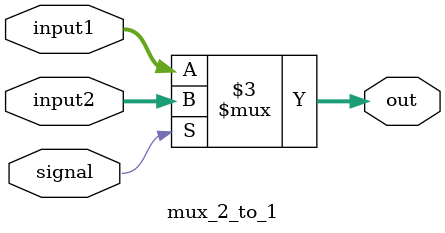
<source format=v>

module mux_2_to_1 (
  input wire [31:0] input1, input2, 
  output reg [31:0] out,
  input wire signal, 
);
 
always@(*)begin
  if (signal) begin
    out <= input2[31:0];
  end
  else begin
    out <= input1[31:0];
  end
end
 
endmodule
</source>
